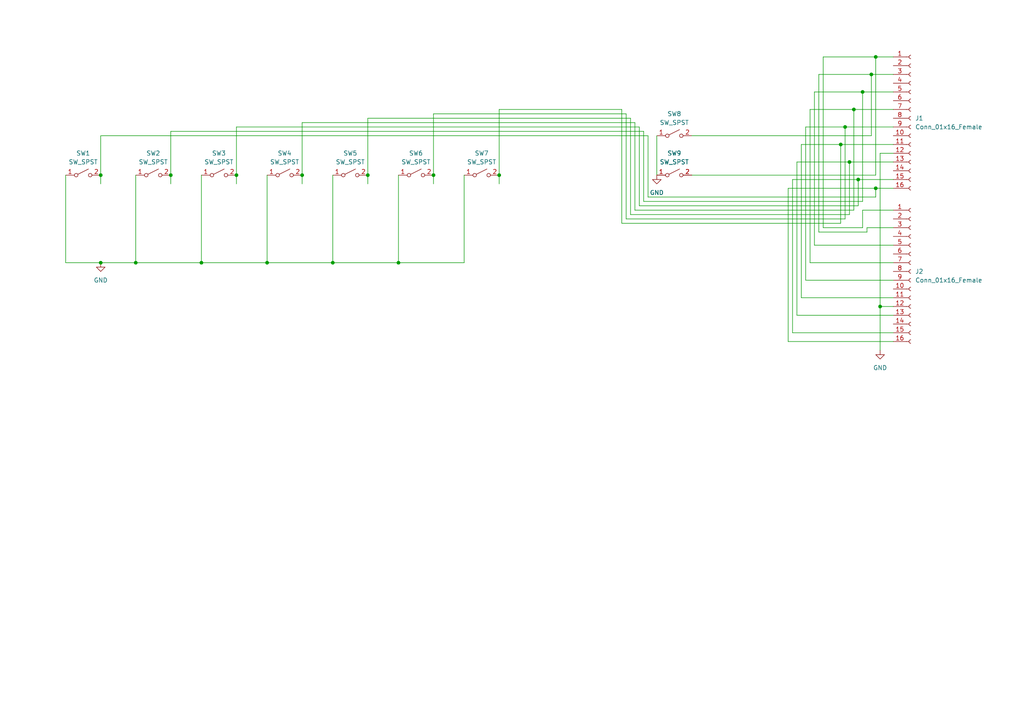
<source format=kicad_sch>
(kicad_sch (version 20211123) (generator eeschema)

  (uuid 9538e4ed-27e6-4c37-b989-9859dc0d49e8)

  (paper "A4")

  (lib_symbols
    (symbol "Connector:Conn_01x16_Female" (pin_names (offset 1.016) hide) (in_bom yes) (on_board yes)
      (property "Reference" "J" (id 0) (at 0 20.32 0)
        (effects (font (size 1.27 1.27)))
      )
      (property "Value" "Conn_01x16_Female" (id 1) (at 0 -22.86 0)
        (effects (font (size 1.27 1.27)))
      )
      (property "Footprint" "" (id 2) (at 0 0 0)
        (effects (font (size 1.27 1.27)) hide)
      )
      (property "Datasheet" "~" (id 3) (at 0 0 0)
        (effects (font (size 1.27 1.27)) hide)
      )
      (property "ki_keywords" "connector" (id 4) (at 0 0 0)
        (effects (font (size 1.27 1.27)) hide)
      )
      (property "ki_description" "Generic connector, single row, 01x16, script generated (kicad-library-utils/schlib/autogen/connector/)" (id 5) (at 0 0 0)
        (effects (font (size 1.27 1.27)) hide)
      )
      (property "ki_fp_filters" "Connector*:*_1x??_*" (id 6) (at 0 0 0)
        (effects (font (size 1.27 1.27)) hide)
      )
      (symbol "Conn_01x16_Female_1_1"
        (arc (start 0 -19.812) (mid -0.508 -20.32) (end 0 -20.828)
          (stroke (width 0.1524) (type default) (color 0 0 0 0))
          (fill (type none))
        )
        (arc (start 0 -17.272) (mid -0.508 -17.78) (end 0 -18.288)
          (stroke (width 0.1524) (type default) (color 0 0 0 0))
          (fill (type none))
        )
        (arc (start 0 -14.732) (mid -0.508 -15.24) (end 0 -15.748)
          (stroke (width 0.1524) (type default) (color 0 0 0 0))
          (fill (type none))
        )
        (arc (start 0 -12.192) (mid -0.508 -12.7) (end 0 -13.208)
          (stroke (width 0.1524) (type default) (color 0 0 0 0))
          (fill (type none))
        )
        (arc (start 0 -9.652) (mid -0.508 -10.16) (end 0 -10.668)
          (stroke (width 0.1524) (type default) (color 0 0 0 0))
          (fill (type none))
        )
        (arc (start 0 -7.112) (mid -0.508 -7.62) (end 0 -8.128)
          (stroke (width 0.1524) (type default) (color 0 0 0 0))
          (fill (type none))
        )
        (arc (start 0 -4.572) (mid -0.508 -5.08) (end 0 -5.588)
          (stroke (width 0.1524) (type default) (color 0 0 0 0))
          (fill (type none))
        )
        (arc (start 0 -2.032) (mid -0.508 -2.54) (end 0 -3.048)
          (stroke (width 0.1524) (type default) (color 0 0 0 0))
          (fill (type none))
        )
        (polyline
          (pts
            (xy -1.27 -20.32)
            (xy -0.508 -20.32)
          )
          (stroke (width 0.1524) (type default) (color 0 0 0 0))
          (fill (type none))
        )
        (polyline
          (pts
            (xy -1.27 -17.78)
            (xy -0.508 -17.78)
          )
          (stroke (width 0.1524) (type default) (color 0 0 0 0))
          (fill (type none))
        )
        (polyline
          (pts
            (xy -1.27 -15.24)
            (xy -0.508 -15.24)
          )
          (stroke (width 0.1524) (type default) (color 0 0 0 0))
          (fill (type none))
        )
        (polyline
          (pts
            (xy -1.27 -12.7)
            (xy -0.508 -12.7)
          )
          (stroke (width 0.1524) (type default) (color 0 0 0 0))
          (fill (type none))
        )
        (polyline
          (pts
            (xy -1.27 -10.16)
            (xy -0.508 -10.16)
          )
          (stroke (width 0.1524) (type default) (color 0 0 0 0))
          (fill (type none))
        )
        (polyline
          (pts
            (xy -1.27 -7.62)
            (xy -0.508 -7.62)
          )
          (stroke (width 0.1524) (type default) (color 0 0 0 0))
          (fill (type none))
        )
        (polyline
          (pts
            (xy -1.27 -5.08)
            (xy -0.508 -5.08)
          )
          (stroke (width 0.1524) (type default) (color 0 0 0 0))
          (fill (type none))
        )
        (polyline
          (pts
            (xy -1.27 -2.54)
            (xy -0.508 -2.54)
          )
          (stroke (width 0.1524) (type default) (color 0 0 0 0))
          (fill (type none))
        )
        (polyline
          (pts
            (xy -1.27 0)
            (xy -0.508 0)
          )
          (stroke (width 0.1524) (type default) (color 0 0 0 0))
          (fill (type none))
        )
        (polyline
          (pts
            (xy -1.27 2.54)
            (xy -0.508 2.54)
          )
          (stroke (width 0.1524) (type default) (color 0 0 0 0))
          (fill (type none))
        )
        (polyline
          (pts
            (xy -1.27 5.08)
            (xy -0.508 5.08)
          )
          (stroke (width 0.1524) (type default) (color 0 0 0 0))
          (fill (type none))
        )
        (polyline
          (pts
            (xy -1.27 7.62)
            (xy -0.508 7.62)
          )
          (stroke (width 0.1524) (type default) (color 0 0 0 0))
          (fill (type none))
        )
        (polyline
          (pts
            (xy -1.27 10.16)
            (xy -0.508 10.16)
          )
          (stroke (width 0.1524) (type default) (color 0 0 0 0))
          (fill (type none))
        )
        (polyline
          (pts
            (xy -1.27 12.7)
            (xy -0.508 12.7)
          )
          (stroke (width 0.1524) (type default) (color 0 0 0 0))
          (fill (type none))
        )
        (polyline
          (pts
            (xy -1.27 15.24)
            (xy -0.508 15.24)
          )
          (stroke (width 0.1524) (type default) (color 0 0 0 0))
          (fill (type none))
        )
        (polyline
          (pts
            (xy -1.27 17.78)
            (xy -0.508 17.78)
          )
          (stroke (width 0.1524) (type default) (color 0 0 0 0))
          (fill (type none))
        )
        (arc (start 0 0.508) (mid -0.508 0) (end 0 -0.508)
          (stroke (width 0.1524) (type default) (color 0 0 0 0))
          (fill (type none))
        )
        (arc (start 0 3.048) (mid -0.508 2.54) (end 0 2.032)
          (stroke (width 0.1524) (type default) (color 0 0 0 0))
          (fill (type none))
        )
        (arc (start 0 5.588) (mid -0.508 5.08) (end 0 4.572)
          (stroke (width 0.1524) (type default) (color 0 0 0 0))
          (fill (type none))
        )
        (arc (start 0 8.128) (mid -0.508 7.62) (end 0 7.112)
          (stroke (width 0.1524) (type default) (color 0 0 0 0))
          (fill (type none))
        )
        (arc (start 0 10.668) (mid -0.508 10.16) (end 0 9.652)
          (stroke (width 0.1524) (type default) (color 0 0 0 0))
          (fill (type none))
        )
        (arc (start 0 13.208) (mid -0.508 12.7) (end 0 12.192)
          (stroke (width 0.1524) (type default) (color 0 0 0 0))
          (fill (type none))
        )
        (arc (start 0 15.748) (mid -0.508 15.24) (end 0 14.732)
          (stroke (width 0.1524) (type default) (color 0 0 0 0))
          (fill (type none))
        )
        (arc (start 0 18.288) (mid -0.508 17.78) (end 0 17.272)
          (stroke (width 0.1524) (type default) (color 0 0 0 0))
          (fill (type none))
        )
        (pin passive line (at -5.08 17.78 0) (length 3.81)
          (name "Pin_1" (effects (font (size 1.27 1.27))))
          (number "1" (effects (font (size 1.27 1.27))))
        )
        (pin passive line (at -5.08 -5.08 0) (length 3.81)
          (name "Pin_10" (effects (font (size 1.27 1.27))))
          (number "10" (effects (font (size 1.27 1.27))))
        )
        (pin passive line (at -5.08 -7.62 0) (length 3.81)
          (name "Pin_11" (effects (font (size 1.27 1.27))))
          (number "11" (effects (font (size 1.27 1.27))))
        )
        (pin passive line (at -5.08 -10.16 0) (length 3.81)
          (name "Pin_12" (effects (font (size 1.27 1.27))))
          (number "12" (effects (font (size 1.27 1.27))))
        )
        (pin passive line (at -5.08 -12.7 0) (length 3.81)
          (name "Pin_13" (effects (font (size 1.27 1.27))))
          (number "13" (effects (font (size 1.27 1.27))))
        )
        (pin passive line (at -5.08 -15.24 0) (length 3.81)
          (name "Pin_14" (effects (font (size 1.27 1.27))))
          (number "14" (effects (font (size 1.27 1.27))))
        )
        (pin passive line (at -5.08 -17.78 0) (length 3.81)
          (name "Pin_15" (effects (font (size 1.27 1.27))))
          (number "15" (effects (font (size 1.27 1.27))))
        )
        (pin passive line (at -5.08 -20.32 0) (length 3.81)
          (name "Pin_16" (effects (font (size 1.27 1.27))))
          (number "16" (effects (font (size 1.27 1.27))))
        )
        (pin passive line (at -5.08 15.24 0) (length 3.81)
          (name "Pin_2" (effects (font (size 1.27 1.27))))
          (number "2" (effects (font (size 1.27 1.27))))
        )
        (pin passive line (at -5.08 12.7 0) (length 3.81)
          (name "Pin_3" (effects (font (size 1.27 1.27))))
          (number "3" (effects (font (size 1.27 1.27))))
        )
        (pin passive line (at -5.08 10.16 0) (length 3.81)
          (name "Pin_4" (effects (font (size 1.27 1.27))))
          (number "4" (effects (font (size 1.27 1.27))))
        )
        (pin passive line (at -5.08 7.62 0) (length 3.81)
          (name "Pin_5" (effects (font (size 1.27 1.27))))
          (number "5" (effects (font (size 1.27 1.27))))
        )
        (pin passive line (at -5.08 5.08 0) (length 3.81)
          (name "Pin_6" (effects (font (size 1.27 1.27))))
          (number "6" (effects (font (size 1.27 1.27))))
        )
        (pin passive line (at -5.08 2.54 0) (length 3.81)
          (name "Pin_7" (effects (font (size 1.27 1.27))))
          (number "7" (effects (font (size 1.27 1.27))))
        )
        (pin passive line (at -5.08 0 0) (length 3.81)
          (name "Pin_8" (effects (font (size 1.27 1.27))))
          (number "8" (effects (font (size 1.27 1.27))))
        )
        (pin passive line (at -5.08 -2.54 0) (length 3.81)
          (name "Pin_9" (effects (font (size 1.27 1.27))))
          (number "9" (effects (font (size 1.27 1.27))))
        )
      )
    )
    (symbol "Switch:SW_SPST" (pin_names (offset 0) hide) (in_bom yes) (on_board yes)
      (property "Reference" "SW" (id 0) (at 0 3.175 0)
        (effects (font (size 1.27 1.27)))
      )
      (property "Value" "SW_SPST" (id 1) (at 0 -2.54 0)
        (effects (font (size 1.27 1.27)))
      )
      (property "Footprint" "" (id 2) (at 0 0 0)
        (effects (font (size 1.27 1.27)) hide)
      )
      (property "Datasheet" "~" (id 3) (at 0 0 0)
        (effects (font (size 1.27 1.27)) hide)
      )
      (property "ki_keywords" "switch lever" (id 4) (at 0 0 0)
        (effects (font (size 1.27 1.27)) hide)
      )
      (property "ki_description" "Single Pole Single Throw (SPST) switch" (id 5) (at 0 0 0)
        (effects (font (size 1.27 1.27)) hide)
      )
      (symbol "SW_SPST_0_0"
        (circle (center -2.032 0) (radius 0.508)
          (stroke (width 0) (type default) (color 0 0 0 0))
          (fill (type none))
        )
        (polyline
          (pts
            (xy -1.524 0.254)
            (xy 1.524 1.778)
          )
          (stroke (width 0) (type default) (color 0 0 0 0))
          (fill (type none))
        )
        (circle (center 2.032 0) (radius 0.508)
          (stroke (width 0) (type default) (color 0 0 0 0))
          (fill (type none))
        )
      )
      (symbol "SW_SPST_1_1"
        (pin passive line (at -5.08 0 0) (length 2.54)
          (name "A" (effects (font (size 1.27 1.27))))
          (number "1" (effects (font (size 1.27 1.27))))
        )
        (pin passive line (at 5.08 0 180) (length 2.54)
          (name "B" (effects (font (size 1.27 1.27))))
          (number "2" (effects (font (size 1.27 1.27))))
        )
      )
    )
    (symbol "power:GND" (power) (pin_names (offset 0)) (in_bom yes) (on_board yes)
      (property "Reference" "#PWR" (id 0) (at 0 -6.35 0)
        (effects (font (size 1.27 1.27)) hide)
      )
      (property "Value" "GND" (id 1) (at 0 -3.81 0)
        (effects (font (size 1.27 1.27)))
      )
      (property "Footprint" "" (id 2) (at 0 0 0)
        (effects (font (size 1.27 1.27)) hide)
      )
      (property "Datasheet" "" (id 3) (at 0 0 0)
        (effects (font (size 1.27 1.27)) hide)
      )
      (property "ki_keywords" "power-flag" (id 4) (at 0 0 0)
        (effects (font (size 1.27 1.27)) hide)
      )
      (property "ki_description" "Power symbol creates a global label with name \"GND\" , ground" (id 5) (at 0 0 0)
        (effects (font (size 1.27 1.27)) hide)
      )
      (symbol "GND_0_1"
        (polyline
          (pts
            (xy 0 0)
            (xy 0 -1.27)
            (xy 1.27 -1.27)
            (xy 0 -2.54)
            (xy -1.27 -1.27)
            (xy 0 -1.27)
          )
          (stroke (width 0) (type default) (color 0 0 0 0))
          (fill (type none))
        )
      )
      (symbol "GND_1_1"
        (pin power_in line (at 0 0 270) (length 0) hide
          (name "GND" (effects (font (size 1.27 1.27))))
          (number "1" (effects (font (size 1.27 1.27))))
        )
      )
    )
  )

  (junction (at 106.68 50.8) (diameter 0) (color 0 0 0 0)
    (uuid 0307e842-7cee-465b-8237-27d036b1d375)
  )
  (junction (at 77.47 76.2) (diameter 0) (color 0 0 0 0)
    (uuid 190c9a5d-1321-4fad-9ccc-26d8ef122d15)
  )
  (junction (at 39.37 76.2) (diameter 0) (color 0 0 0 0)
    (uuid 26728b6e-9118-480b-99e3-604f9a910611)
  )
  (junction (at 247.65 31.75) (diameter 0) (color 0 0 0 0)
    (uuid 2773946e-2b1f-4fe9-ad4f-3eb0238bc215)
  )
  (junction (at 125.73 50.8) (diameter 0) (color 0 0 0 0)
    (uuid 2b1f2bc8-b4b1-4a84-9fea-d893b3b00aac)
  )
  (junction (at 246.38 46.99) (diameter 0) (color 0 0 0 0)
    (uuid 2d0c1cb0-820d-40ee-8bdb-4ba0c359fc5a)
  )
  (junction (at 68.58 50.8) (diameter 0) (color 0 0 0 0)
    (uuid 352027c1-4a1e-43b3-a07c-10d4532656d6)
  )
  (junction (at 245.11 36.83) (diameter 0) (color 0 0 0 0)
    (uuid 3566ec97-a163-46a7-abf7-c7391a5c462b)
  )
  (junction (at 254 16.51) (diameter 0) (color 0 0 0 0)
    (uuid 3c861525-bffa-4f66-a992-362db2d7daca)
  )
  (junction (at 252.73 21.59) (diameter 0) (color 0 0 0 0)
    (uuid 3dc633c5-20ad-4f41-a1ac-85202281f3e8)
  )
  (junction (at 254 54.61) (diameter 0) (color 0 0 0 0)
    (uuid 3f610669-76fe-43c6-a1eb-708622de54f5)
  )
  (junction (at 248.92 52.07) (diameter 0) (color 0 0 0 0)
    (uuid 422f0e87-ee6d-4e21-827c-ffdc46263471)
  )
  (junction (at 250.19 26.67) (diameter 0) (color 0 0 0 0)
    (uuid 4510bcb0-05d0-4d43-93de-26d548d64efb)
  )
  (junction (at 255.27 88.9) (diameter 0) (color 0 0 0 0)
    (uuid 4bc96f71-c7c3-4852-8cd4-0392ae819d44)
  )
  (junction (at 96.52 76.2) (diameter 0) (color 0 0 0 0)
    (uuid 509b2109-41dc-4000-8ade-b3a088fe8826)
  )
  (junction (at 29.21 76.2) (diameter 0) (color 0 0 0 0)
    (uuid 57dafbed-14b1-4a89-a892-382a5093ccd1)
  )
  (junction (at 243.84 41.91) (diameter 0) (color 0 0 0 0)
    (uuid 8ec3dbca-8497-4aad-978f-d312f45bc81c)
  )
  (junction (at 144.78 50.8) (diameter 0) (color 0 0 0 0)
    (uuid 98551ceb-39b2-415e-9857-0e4a684a6d99)
  )
  (junction (at 29.21 50.8) (diameter 0) (color 0 0 0 0)
    (uuid 9ebd1211-052f-4337-8f89-0c8855187b00)
  )
  (junction (at 115.57 76.2) (diameter 0) (color 0 0 0 0)
    (uuid b72b944e-8f0b-40a4-8314-92b19c691cff)
  )
  (junction (at 49.53 50.8) (diameter 0) (color 0 0 0 0)
    (uuid b892d887-783e-4e48-9024-77035baf5ebc)
  )
  (junction (at 87.63 50.8) (diameter 0) (color 0 0 0 0)
    (uuid ca4ca5c6-d8b5-42c4-a85d-d40a381cd2ef)
  )
  (junction (at 58.42 76.2) (diameter 0) (color 0 0 0 0)
    (uuid d282ef67-18ab-4c3f-8989-1483c2ba5c05)
  )

  (wire (pts (xy 87.63 35.56) (xy 87.63 50.8))
    (stroke (width 0) (type default) (color 0 0 0 0))
    (uuid 061bd03d-63ff-49c5-a8f8-772592357712)
  )
  (wire (pts (xy 58.42 50.8) (xy 58.42 76.2))
    (stroke (width 0) (type default) (color 0 0 0 0))
    (uuid 07e4677a-e3dd-454d-96d6-fb3effce7aea)
  )
  (wire (pts (xy 68.58 36.83) (xy 68.58 50.8))
    (stroke (width 0) (type default) (color 0 0 0 0))
    (uuid 07eb77d5-2261-447b-8337-dd4e9e28359c)
  )
  (wire (pts (xy 106.68 50.8) (xy 106.68 53.34))
    (stroke (width 0) (type default) (color 0 0 0 0))
    (uuid 09c9f555-0892-40f7-9f07-31a83cdfb501)
  )
  (wire (pts (xy 29.21 50.8) (xy 29.21 53.34))
    (stroke (width 0) (type default) (color 0 0 0 0))
    (uuid 0af2b96b-136f-4d76-84a1-83f2c0186d42)
  )
  (wire (pts (xy 259.08 41.91) (xy 243.84 41.91))
    (stroke (width 0) (type default) (color 0 0 0 0))
    (uuid 0e1b2330-902f-44c5-95d2-35ce578033f5)
  )
  (wire (pts (xy 185.42 59.69) (xy 248.92 59.69))
    (stroke (width 0) (type default) (color 0 0 0 0))
    (uuid 116c46e8-7776-4658-a1eb-175805ca38d4)
  )
  (wire (pts (xy 19.05 50.8) (xy 19.05 76.2))
    (stroke (width 0) (type default) (color 0 0 0 0))
    (uuid 13c6dcdb-11f1-4796-b5ce-53297f88bc7a)
  )
  (wire (pts (xy 250.19 58.42) (xy 250.19 26.67))
    (stroke (width 0) (type default) (color 0 0 0 0))
    (uuid 14ff7381-5154-4d94-ab19-07719a254c05)
  )
  (wire (pts (xy 39.37 50.8) (xy 39.37 76.2))
    (stroke (width 0) (type default) (color 0 0 0 0))
    (uuid 18521a35-75be-4ca8-973c-4c4d31c83cdb)
  )
  (wire (pts (xy 200.66 50.8) (xy 254 50.8))
    (stroke (width 0) (type default) (color 0 0 0 0))
    (uuid 193c7b83-dea8-4c10-9cf3-ac6f64d1ff9b)
  )
  (wire (pts (xy 250.19 26.67) (xy 259.08 26.67))
    (stroke (width 0) (type default) (color 0 0 0 0))
    (uuid 1aa958b0-2283-4c97-8251-e33e9c13cd92)
  )
  (wire (pts (xy 252.73 21.59) (xy 252.73 39.37))
    (stroke (width 0) (type default) (color 0 0 0 0))
    (uuid 1bf4244f-72e9-40ec-b673-d2c3e6122ba8)
  )
  (wire (pts (xy 232.41 41.91) (xy 232.41 86.36))
    (stroke (width 0) (type default) (color 0 0 0 0))
    (uuid 1c4d025b-3cd0-432e-a644-3b48a2074e01)
  )
  (wire (pts (xy 77.47 50.8) (xy 77.47 76.2))
    (stroke (width 0) (type default) (color 0 0 0 0))
    (uuid 1e1c7634-89d3-4b24-8518-9e1cecb7ae67)
  )
  (wire (pts (xy 237.49 21.59) (xy 237.49 67.31))
    (stroke (width 0) (type default) (color 0 0 0 0))
    (uuid 266f771a-0d6f-4fb7-b5d6-279de39ff4e1)
  )
  (wire (pts (xy 39.37 76.2) (xy 29.21 76.2))
    (stroke (width 0) (type default) (color 0 0 0 0))
    (uuid 295f6204-c40c-414f-b8da-ba500d1e7be5)
  )
  (wire (pts (xy 259.08 36.83) (xy 245.11 36.83))
    (stroke (width 0) (type default) (color 0 0 0 0))
    (uuid 2c3fc4ba-e068-4578-9732-c00fcbc73f0a)
  )
  (wire (pts (xy 134.62 76.2) (xy 115.57 76.2))
    (stroke (width 0) (type default) (color 0 0 0 0))
    (uuid 2deb0d77-220a-4a1d-b183-9907b7805844)
  )
  (wire (pts (xy 234.95 31.75) (xy 234.95 76.2))
    (stroke (width 0) (type default) (color 0 0 0 0))
    (uuid 30502310-37df-4a36-94bd-bd3b16f2afe3)
  )
  (wire (pts (xy 115.57 76.2) (xy 96.52 76.2))
    (stroke (width 0) (type default) (color 0 0 0 0))
    (uuid 32d0f83c-4085-40fd-848b-7cf4838a4895)
  )
  (wire (pts (xy 247.65 60.96) (xy 184.15 60.96))
    (stroke (width 0) (type default) (color 0 0 0 0))
    (uuid 3653e064-a8bf-4b34-aaa0-5a8c2991e24b)
  )
  (wire (pts (xy 254 54.61) (xy 259.08 54.61))
    (stroke (width 0) (type default) (color 0 0 0 0))
    (uuid 3817d735-fdaf-4a2e-9fff-1c96f52aff25)
  )
  (wire (pts (xy 238.76 16.51) (xy 238.76 66.04))
    (stroke (width 0) (type default) (color 0 0 0 0))
    (uuid 3c0ee3db-8466-44a5-90af-44d1a41429ba)
  )
  (wire (pts (xy 254 16.51) (xy 238.76 16.51))
    (stroke (width 0) (type default) (color 0 0 0 0))
    (uuid 3d16914d-84f2-454f-b3bb-872e59cf11b0)
  )
  (wire (pts (xy 125.73 33.02) (xy 125.73 50.8))
    (stroke (width 0) (type default) (color 0 0 0 0))
    (uuid 3f1a0c73-b5b5-4c1c-ae8f-04ee7de9e181)
  )
  (wire (pts (xy 248.92 52.07) (xy 229.87 52.07))
    (stroke (width 0) (type default) (color 0 0 0 0))
    (uuid 3f39c9ce-6034-40ca-8059-089265a67bc5)
  )
  (wire (pts (xy 182.88 62.23) (xy 182.88 34.29))
    (stroke (width 0) (type default) (color 0 0 0 0))
    (uuid 40ab0f61-0e32-4962-8345-9f96d11c3348)
  )
  (wire (pts (xy 232.41 86.36) (xy 259.08 86.36))
    (stroke (width 0) (type default) (color 0 0 0 0))
    (uuid 42664348-fbec-4187-895b-36b9cdb3b2e2)
  )
  (wire (pts (xy 187.96 57.15) (xy 254 57.15))
    (stroke (width 0) (type default) (color 0 0 0 0))
    (uuid 42bfb9e2-b3ef-48dd-bc15-aaa83ce28a55)
  )
  (wire (pts (xy 254 16.51) (xy 259.08 16.51))
    (stroke (width 0) (type default) (color 0 0 0 0))
    (uuid 46d4fd50-4de8-406b-ae2e-3535a8f3bcaa)
  )
  (wire (pts (xy 125.73 50.8) (xy 125.73 53.34))
    (stroke (width 0) (type default) (color 0 0 0 0))
    (uuid 47861f15-a8a9-4bc7-b41d-a7b00ffe3d2d)
  )
  (wire (pts (xy 233.68 36.83) (xy 233.68 81.28))
    (stroke (width 0) (type default) (color 0 0 0 0))
    (uuid 4a9bbdaa-4f20-45ae-8c4d-a403388b859e)
  )
  (wire (pts (xy 245.11 36.83) (xy 233.68 36.83))
    (stroke (width 0) (type default) (color 0 0 0 0))
    (uuid 4ad48c8c-a9ea-4cb2-b2da-7a18cad162d8)
  )
  (wire (pts (xy 29.21 39.37) (xy 187.96 39.37))
    (stroke (width 0) (type default) (color 0 0 0 0))
    (uuid 4c7e7288-a989-48c8-8a45-4d5ccb25309f)
  )
  (wire (pts (xy 228.6 54.61) (xy 228.6 99.06))
    (stroke (width 0) (type default) (color 0 0 0 0))
    (uuid 50cbbfcd-8fe4-49fb-87b0-60f01e2ea7bf)
  )
  (wire (pts (xy 87.63 50.8) (xy 87.63 53.34))
    (stroke (width 0) (type default) (color 0 0 0 0))
    (uuid 51f4cbf5-3935-46a4-b49c-ebae00c703a0)
  )
  (wire (pts (xy 58.42 76.2) (xy 39.37 76.2))
    (stroke (width 0) (type default) (color 0 0 0 0))
    (uuid 5454de14-a250-4fb6-8cf2-f3e4e15210a0)
  )
  (wire (pts (xy 259.08 88.9) (xy 255.27 88.9))
    (stroke (width 0) (type default) (color 0 0 0 0))
    (uuid 55fa1dad-f755-4316-9dd5-4b8ed74de701)
  )
  (wire (pts (xy 245.11 63.5) (xy 181.61 63.5))
    (stroke (width 0) (type default) (color 0 0 0 0))
    (uuid 599495f8-b69f-4a68-82fa-d7c87ad23fb8)
  )
  (wire (pts (xy 180.34 31.75) (xy 144.78 31.75))
    (stroke (width 0) (type default) (color 0 0 0 0))
    (uuid 5c4a0728-1725-4ff8-9b7a-77f23aaa784b)
  )
  (wire (pts (xy 96.52 76.2) (xy 77.47 76.2))
    (stroke (width 0) (type default) (color 0 0 0 0))
    (uuid 5d3d59fd-9137-49f9-825c-2ca723dca6b4)
  )
  (wire (pts (xy 246.38 62.23) (xy 182.88 62.23))
    (stroke (width 0) (type default) (color 0 0 0 0))
    (uuid 62146b37-7dd7-4aca-9de5-77542a0ccea1)
  )
  (wire (pts (xy 255.27 44.45) (xy 255.27 88.9))
    (stroke (width 0) (type default) (color 0 0 0 0))
    (uuid 640b0df5-74d6-4447-9080-9fe17ba49c91)
  )
  (wire (pts (xy 190.5 39.37) (xy 190.5 50.8))
    (stroke (width 0) (type default) (color 0 0 0 0))
    (uuid 6450ef4f-ad5b-45be-be12-674ecfee7772)
  )
  (wire (pts (xy 255.27 88.9) (xy 255.27 101.6))
    (stroke (width 0) (type default) (color 0 0 0 0))
    (uuid 64d6b164-da49-4315-a8d6-2585b0279bac)
  )
  (wire (pts (xy 250.19 26.67) (xy 236.22 26.67))
    (stroke (width 0) (type default) (color 0 0 0 0))
    (uuid 65dae5b4-cb56-421a-b4c5-9ba61a8a8158)
  )
  (wire (pts (xy 250.19 60.96) (xy 259.08 60.96))
    (stroke (width 0) (type default) (color 0 0 0 0))
    (uuid 676b5c90-5eda-4ed0-952f-aad70482d520)
  )
  (wire (pts (xy 238.76 66.04) (xy 250.19 66.04))
    (stroke (width 0) (type default) (color 0 0 0 0))
    (uuid 68a169d8-88cf-46b9-b6e8-fdfcd2e970c3)
  )
  (wire (pts (xy 246.38 46.99) (xy 231.14 46.99))
    (stroke (width 0) (type default) (color 0 0 0 0))
    (uuid 69b9537c-b3fe-4912-b0d3-cb8866eab451)
  )
  (wire (pts (xy 243.84 64.77) (xy 180.34 64.77))
    (stroke (width 0) (type default) (color 0 0 0 0))
    (uuid 7365e946-609f-4087-91a9-ab6314494d9e)
  )
  (wire (pts (xy 247.65 31.75) (xy 234.95 31.75))
    (stroke (width 0) (type default) (color 0 0 0 0))
    (uuid 73bd881a-33cb-4b0d-bf1a-9a0dcce05a0f)
  )
  (wire (pts (xy 182.88 34.29) (xy 106.68 34.29))
    (stroke (width 0) (type default) (color 0 0 0 0))
    (uuid 78dfc55a-16ed-4572-8f82-364fc544c257)
  )
  (wire (pts (xy 254 54.61) (xy 228.6 54.61))
    (stroke (width 0) (type default) (color 0 0 0 0))
    (uuid 794b15ba-a6c1-4b05-ae9c-8ae9b0a2ba99)
  )
  (wire (pts (xy 236.22 71.12) (xy 259.08 71.12))
    (stroke (width 0) (type default) (color 0 0 0 0))
    (uuid 81fec836-9e04-475a-ab78-548628f77138)
  )
  (wire (pts (xy 254 50.8) (xy 254 16.51))
    (stroke (width 0) (type default) (color 0 0 0 0))
    (uuid 82d16010-f229-48d8-aea9-c3cb2ce00ac8)
  )
  (wire (pts (xy 252.73 39.37) (xy 200.66 39.37))
    (stroke (width 0) (type default) (color 0 0 0 0))
    (uuid 84e27065-c7d6-4a5a-b93b-03db6caae9aa)
  )
  (wire (pts (xy 181.61 63.5) (xy 181.61 33.02))
    (stroke (width 0) (type default) (color 0 0 0 0))
    (uuid 87fd4cac-0d9e-4147-abf8-81966ec28cbc)
  )
  (wire (pts (xy 243.84 41.91) (xy 243.84 64.77))
    (stroke (width 0) (type default) (color 0 0 0 0))
    (uuid 8aaed559-750b-472b-894b-2b6ccd4cd152)
  )
  (wire (pts (xy 115.57 50.8) (xy 115.57 76.2))
    (stroke (width 0) (type default) (color 0 0 0 0))
    (uuid 8cc54795-1d03-4319-828f-3a38957f8957)
  )
  (wire (pts (xy 236.22 26.67) (xy 236.22 71.12))
    (stroke (width 0) (type default) (color 0 0 0 0))
    (uuid 8dcfb8f8-4e94-4d09-ad0d-8528da914b1b)
  )
  (wire (pts (xy 181.61 33.02) (xy 125.73 33.02))
    (stroke (width 0) (type default) (color 0 0 0 0))
    (uuid 8e875e7b-f435-48fe-904e-cd96af2470b5)
  )
  (wire (pts (xy 134.62 50.8) (xy 134.62 76.2))
    (stroke (width 0) (type default) (color 0 0 0 0))
    (uuid 90201bdb-25a5-44d0-9fe0-05e41702f812)
  )
  (wire (pts (xy 144.78 50.8) (xy 144.78 53.34))
    (stroke (width 0) (type default) (color 0 0 0 0))
    (uuid 90232a28-7bf8-4c3d-a8fc-9c03e987cb12)
  )
  (wire (pts (xy 180.34 64.77) (xy 180.34 31.75))
    (stroke (width 0) (type default) (color 0 0 0 0))
    (uuid 90719323-8aff-4511-bfe1-4a708f004277)
  )
  (wire (pts (xy 49.53 38.1) (xy 186.69 38.1))
    (stroke (width 0) (type default) (color 0 0 0 0))
    (uuid 90931123-9493-43a8-87f3-e1b20328cbb1)
  )
  (wire (pts (xy 231.14 46.99) (xy 231.14 91.44))
    (stroke (width 0) (type default) (color 0 0 0 0))
    (uuid 91f0e1db-006d-4033-b1cc-94f21dc62935)
  )
  (wire (pts (xy 49.53 50.8) (xy 49.53 53.34))
    (stroke (width 0) (type default) (color 0 0 0 0))
    (uuid 929094ad-2341-4370-a00d-c9ff6ef03788)
  )
  (wire (pts (xy 185.42 36.83) (xy 185.42 59.69))
    (stroke (width 0) (type default) (color 0 0 0 0))
    (uuid 94a5423c-9c4f-480f-80e0-184338bab8cb)
  )
  (wire (pts (xy 251.46 67.31) (xy 251.46 66.04))
    (stroke (width 0) (type default) (color 0 0 0 0))
    (uuid 97aa8efb-1516-45e2-b92c-e6e947c5c816)
  )
  (wire (pts (xy 96.52 50.8) (xy 96.52 76.2))
    (stroke (width 0) (type default) (color 0 0 0 0))
    (uuid 9b320319-e0d7-4c9f-8c6e-965d6323fcad)
  )
  (wire (pts (xy 234.95 76.2) (xy 259.08 76.2))
    (stroke (width 0) (type default) (color 0 0 0 0))
    (uuid 9d57f240-675d-4c3a-906c-ebbf87b401e8)
  )
  (wire (pts (xy 237.49 67.31) (xy 251.46 67.31))
    (stroke (width 0) (type default) (color 0 0 0 0))
    (uuid 9ef608ae-c374-4b63-aa2c-2d2040cf608e)
  )
  (wire (pts (xy 49.53 38.1) (xy 49.53 50.8))
    (stroke (width 0) (type default) (color 0 0 0 0))
    (uuid a123527b-6e63-4215-b663-40d848287111)
  )
  (wire (pts (xy 252.73 21.59) (xy 237.49 21.59))
    (stroke (width 0) (type default) (color 0 0 0 0))
    (uuid a6d9cd60-b938-4c46-ac4e-dfd895879993)
  )
  (wire (pts (xy 77.47 76.2) (xy 58.42 76.2))
    (stroke (width 0) (type default) (color 0 0 0 0))
    (uuid ae7594cf-9dde-4afe-9715-f49ab7dc4b9f)
  )
  (wire (pts (xy 186.69 38.1) (xy 186.69 58.42))
    (stroke (width 0) (type default) (color 0 0 0 0))
    (uuid b0289007-69ea-423b-9cad-40409422a961)
  )
  (wire (pts (xy 250.19 66.04) (xy 250.19 60.96))
    (stroke (width 0) (type default) (color 0 0 0 0))
    (uuid b46ba805-a5d7-492b-befb-c961d0ce484e)
  )
  (wire (pts (xy 184.15 60.96) (xy 184.15 35.56))
    (stroke (width 0) (type default) (color 0 0 0 0))
    (uuid b8d56acc-c9fd-4c52-a069-2644b7b52e65)
  )
  (wire (pts (xy 259.08 46.99) (xy 246.38 46.99))
    (stroke (width 0) (type default) (color 0 0 0 0))
    (uuid baeafbcb-e79a-4679-93d1-210bd5eb6d3c)
  )
  (wire (pts (xy 248.92 59.69) (xy 248.92 52.07))
    (stroke (width 0) (type default) (color 0 0 0 0))
    (uuid bb72b0e6-cc1b-4c2a-a2c7-1160d47a594f)
  )
  (wire (pts (xy 144.78 31.75) (xy 144.78 50.8))
    (stroke (width 0) (type default) (color 0 0 0 0))
    (uuid bbc19b8a-8f68-476e-b4d8-9897b351ae57)
  )
  (wire (pts (xy 187.96 39.37) (xy 187.96 57.15))
    (stroke (width 0) (type default) (color 0 0 0 0))
    (uuid beb534cd-d3a8-443c-acef-39a4e9fbd754)
  )
  (wire (pts (xy 233.68 81.28) (xy 259.08 81.28))
    (stroke (width 0) (type default) (color 0 0 0 0))
    (uuid c442a361-7e05-4e2a-a5b1-86c7b6567f06)
  )
  (wire (pts (xy 254 57.15) (xy 254 54.61))
    (stroke (width 0) (type default) (color 0 0 0 0))
    (uuid c52ec248-0bc7-4c3b-b000-3a1748ddf3e1)
  )
  (wire (pts (xy 248.92 52.07) (xy 259.08 52.07))
    (stroke (width 0) (type default) (color 0 0 0 0))
    (uuid cd8e96fe-79f3-4f98-b919-98cde228d950)
  )
  (wire (pts (xy 259.08 44.45) (xy 255.27 44.45))
    (stroke (width 0) (type default) (color 0 0 0 0))
    (uuid cf233e9a-316f-48c0-8f4b-27abe39c078a)
  )
  (wire (pts (xy 68.58 36.83) (xy 185.42 36.83))
    (stroke (width 0) (type default) (color 0 0 0 0))
    (uuid cf90e575-ac00-45f2-9d74-483ae792295c)
  )
  (wire (pts (xy 229.87 52.07) (xy 229.87 96.52))
    (stroke (width 0) (type default) (color 0 0 0 0))
    (uuid d3477a35-75bb-4d25-9cf2-54396a1e0c40)
  )
  (wire (pts (xy 29.21 39.37) (xy 29.21 50.8))
    (stroke (width 0) (type default) (color 0 0 0 0))
    (uuid d41d0df3-9158-4b09-804f-5ce4bccbc095)
  )
  (wire (pts (xy 259.08 21.59) (xy 252.73 21.59))
    (stroke (width 0) (type default) (color 0 0 0 0))
    (uuid d42504c3-0817-420c-9382-dda08a130dc1)
  )
  (wire (pts (xy 246.38 46.99) (xy 246.38 62.23))
    (stroke (width 0) (type default) (color 0 0 0 0))
    (uuid d601e927-6252-41c1-b1e7-f5468c07bdf8)
  )
  (wire (pts (xy 106.68 34.29) (xy 106.68 50.8))
    (stroke (width 0) (type default) (color 0 0 0 0))
    (uuid dca981ba-8bce-4d62-ae5a-307f53738d86)
  )
  (wire (pts (xy 229.87 96.52) (xy 259.08 96.52))
    (stroke (width 0) (type default) (color 0 0 0 0))
    (uuid de592062-f2c3-42c7-928d-3a21ed00be00)
  )
  (wire (pts (xy 68.58 50.8) (xy 68.58 53.34))
    (stroke (width 0) (type default) (color 0 0 0 0))
    (uuid df47745e-4809-4a69-967b-d63c06e3aac0)
  )
  (wire (pts (xy 247.65 31.75) (xy 247.65 60.96))
    (stroke (width 0) (type default) (color 0 0 0 0))
    (uuid e2d18e45-f697-46e4-ae44-0aeccb26886f)
  )
  (wire (pts (xy 243.84 41.91) (xy 232.41 41.91))
    (stroke (width 0) (type default) (color 0 0 0 0))
    (uuid e418cbbf-566c-4a69-a3c4-11ea5daa43c5)
  )
  (wire (pts (xy 259.08 31.75) (xy 247.65 31.75))
    (stroke (width 0) (type default) (color 0 0 0 0))
    (uuid e5606f98-85f7-4653-b063-1021490c65b0)
  )
  (wire (pts (xy 245.11 36.83) (xy 245.11 63.5))
    (stroke (width 0) (type default) (color 0 0 0 0))
    (uuid e640e0d8-5289-4450-b8ed-3168b3924f03)
  )
  (wire (pts (xy 184.15 35.56) (xy 87.63 35.56))
    (stroke (width 0) (type default) (color 0 0 0 0))
    (uuid ebf17ee2-3b45-415f-bf07-e967d913683a)
  )
  (wire (pts (xy 19.05 76.2) (xy 29.21 76.2))
    (stroke (width 0) (type default) (color 0 0 0 0))
    (uuid edb35209-55c3-49a8-9aaf-369715e21308)
  )
  (wire (pts (xy 251.46 66.04) (xy 259.08 66.04))
    (stroke (width 0) (type default) (color 0 0 0 0))
    (uuid f92bd6f9-0c04-475d-b6d5-5ffe5c715ea1)
  )
  (wire (pts (xy 228.6 99.06) (xy 259.08 99.06))
    (stroke (width 0) (type default) (color 0 0 0 0))
    (uuid fc1721a6-a1c6-4870-ae6c-c2b9cc9566a3)
  )
  (wire (pts (xy 231.14 91.44) (xy 259.08 91.44))
    (stroke (width 0) (type default) (color 0 0 0 0))
    (uuid fc3e0924-64f8-40ce-9182-4207ad46fd46)
  )
  (wire (pts (xy 186.69 58.42) (xy 250.19 58.42))
    (stroke (width 0) (type default) (color 0 0 0 0))
    (uuid fcde2864-e4cb-44a1-b022-68232ef428d7)
  )

  (symbol (lib_id "Switch:SW_SPST") (at 139.7 50.8 0) (unit 1)
    (in_bom yes) (on_board yes) (fields_autoplaced)
    (uuid 025740c3-a644-4dcd-a505-8a3f45351a5a)
    (property "Reference" "SW7" (id 0) (at 139.7 44.45 0))
    (property "Value" "SW_SPST" (id 1) (at 139.7 46.99 0))
    (property "Footprint" "kailh-x:Kailh-PG1425-X-Switch-reversible" (id 2) (at 139.7 50.8 0)
      (effects (font (size 1.27 1.27)) hide)
    )
    (property "Datasheet" "~" (id 3) (at 139.7 50.8 0)
      (effects (font (size 1.27 1.27)) hide)
    )
    (pin "1" (uuid 8b7861a6-ce2d-44f5-9762-edcacfc3b81d))
    (pin "2" (uuid b7038b40-d015-415a-bf7c-483ec5b57d5b))
  )

  (symbol (lib_id "power:GND") (at 190.5 50.8 0) (unit 1)
    (in_bom yes) (on_board yes) (fields_autoplaced)
    (uuid 0bc4970e-ad64-453b-bed5-620d236c04d8)
    (property "Reference" "#PWR0102" (id 0) (at 190.5 57.15 0)
      (effects (font (size 1.27 1.27)) hide)
    )
    (property "Value" "GND" (id 1) (at 190.5 55.88 0))
    (property "Footprint" "" (id 2) (at 190.5 50.8 0)
      (effects (font (size 1.27 1.27)) hide)
    )
    (property "Datasheet" "" (id 3) (at 190.5 50.8 0)
      (effects (font (size 1.27 1.27)) hide)
    )
    (pin "1" (uuid 163e53ef-5378-464f-9ab8-1e3b1da4b430))
  )

  (symbol (lib_id "Switch:SW_SPST") (at 195.58 39.37 0) (unit 1)
    (in_bom yes) (on_board yes) (fields_autoplaced)
    (uuid 0dcf7399-8008-4e67-baef-7296a881b3ae)
    (property "Reference" "SW8" (id 0) (at 195.58 33.02 0))
    (property "Value" "SW_SPST" (id 1) (at 195.58 35.56 0))
    (property "Footprint" "iidx-refine:Rubber_Switch" (id 2) (at 195.58 39.37 0)
      (effects (font (size 1.27 1.27)) hide)
    )
    (property "Datasheet" "~" (id 3) (at 195.58 39.37 0)
      (effects (font (size 1.27 1.27)) hide)
    )
    (pin "1" (uuid 68f3fd88-6778-4ccc-879b-c4a57737e292))
    (pin "2" (uuid 569af787-4bd4-4801-9a4c-634cb3f1552d))
  )

  (symbol (lib_id "Switch:SW_SPST") (at 63.5 50.8 0) (unit 1)
    (in_bom yes) (on_board yes) (fields_autoplaced)
    (uuid 1d86f5af-88dc-408e-80e8-ca48d230d327)
    (property "Reference" "SW3" (id 0) (at 63.5 44.45 0))
    (property "Value" "SW_SPST" (id 1) (at 63.5 46.99 0))
    (property "Footprint" "kailh-x:Kailh-PG1425-X-Switch-reversible" (id 2) (at 63.5 50.8 0)
      (effects (font (size 1.27 1.27)) hide)
    )
    (property "Datasheet" "~" (id 3) (at 63.5 50.8 0)
      (effects (font (size 1.27 1.27)) hide)
    )
    (pin "1" (uuid 71c0d5a6-8134-4a6c-b606-e1f3dcaa2133))
    (pin "2" (uuid c23cd8f3-2950-4437-9691-c8d016af62c8))
  )

  (symbol (lib_id "Switch:SW_SPST") (at 195.58 50.8 0) (unit 1)
    (in_bom yes) (on_board yes) (fields_autoplaced)
    (uuid 34511ff2-0ca6-4976-b7f7-10fe0561a1ce)
    (property "Reference" "SW9" (id 0) (at 195.58 44.45 0))
    (property "Value" "SW_SPST" (id 1) (at 195.58 46.99 0))
    (property "Footprint" "iidx-refine:Rubber_Switch" (id 2) (at 195.58 50.8 0)
      (effects (font (size 1.27 1.27)) hide)
    )
    (property "Datasheet" "~" (id 3) (at 195.58 50.8 0)
      (effects (font (size 1.27 1.27)) hide)
    )
    (pin "1" (uuid 34b0d0e8-c9b6-476c-a931-b3dcfb5987a1))
    (pin "2" (uuid a6700b7f-25ec-45ac-8b59-fabdd382c122))
  )

  (symbol (lib_id "Connector:Conn_01x16_Female") (at 264.16 34.29 0) (unit 1)
    (in_bom yes) (on_board yes) (fields_autoplaced)
    (uuid 386e9e4e-7305-47c0-9317-1e08c5f6e4bf)
    (property "Reference" "J1" (id 0) (at 265.43 34.2899 0)
      (effects (font (size 1.27 1.27)) (justify left))
    )
    (property "Value" "Conn_01x16_Female" (id 1) (at 265.43 36.8299 0)
      (effects (font (size 1.27 1.27)) (justify left))
    )
    (property "Footprint" "Connector_PinHeader_2.00mm:PinHeader_2x08_P2.00mm_Vertical" (id 2) (at 264.16 34.29 0)
      (effects (font (size 1.27 1.27)) hide)
    )
    (property "Datasheet" "~" (id 3) (at 264.16 34.29 0)
      (effects (font (size 1.27 1.27)) hide)
    )
    (pin "1" (uuid 786718f9-a984-45ee-8a6b-80f82e4963f5))
    (pin "10" (uuid d644781d-1d0f-4d6c-b21b-3df96ca05bd7))
    (pin "11" (uuid bf741fd1-5855-4a31-8c21-db9bc5f783af))
    (pin "12" (uuid 6fbd3d48-ee0a-45d2-838f-39bb103d8c1d))
    (pin "13" (uuid 180b2908-8dae-4e2d-8004-5fbf31bd6bb4))
    (pin "14" (uuid cbe20cf1-f3fd-4e01-a85b-49869470ab7a))
    (pin "15" (uuid ef122aaa-1027-42d0-ba41-b3911d9ee026))
    (pin "16" (uuid 853590de-0080-42bf-92cd-f14b3b1f6cb4))
    (pin "2" (uuid 09c5bc02-a419-455c-a466-436d14358dde))
    (pin "3" (uuid 4590e23b-8d5e-45c4-be4f-88721392542c))
    (pin "4" (uuid e5ae8e88-90af-43c2-9e8d-2297e87ca4d4))
    (pin "5" (uuid b28ba3b3-84cd-40cd-9219-cc047d0a3d0c))
    (pin "6" (uuid 878f6c1a-af21-4c4c-9865-1ea471bcfd30))
    (pin "7" (uuid 83b191de-48a5-4d4c-a74f-373ba35f1d32))
    (pin "8" (uuid 468e5b6e-3dbe-48b4-8f0f-d3fc3fc586b7))
    (pin "9" (uuid 92db4a2d-7f82-48cb-862a-46b7b362633f))
  )

  (symbol (lib_id "Switch:SW_SPST") (at 44.45 50.8 0) (unit 1)
    (in_bom yes) (on_board yes) (fields_autoplaced)
    (uuid 3c1f83ca-e062-493a-8fc9-ac215d986ec1)
    (property "Reference" "SW2" (id 0) (at 44.45 44.45 0))
    (property "Value" "SW_SPST" (id 1) (at 44.45 46.99 0))
    (property "Footprint" "kailh-x:Kailh-PG1425-X-Switch-reversible" (id 2) (at 44.45 50.8 0)
      (effects (font (size 1.27 1.27)) hide)
    )
    (property "Datasheet" "~" (id 3) (at 44.45 50.8 0)
      (effects (font (size 1.27 1.27)) hide)
    )
    (pin "1" (uuid 361399fb-ef2c-4f4e-a29f-f1b6f422b7f1))
    (pin "2" (uuid d14164c3-01a4-431f-8c4f-69e5611e15b4))
  )

  (symbol (lib_id "Switch:SW_SPST") (at 24.13 50.8 0) (unit 1)
    (in_bom yes) (on_board yes) (fields_autoplaced)
    (uuid 553b7a75-7c9a-42d0-a28c-4562592d9ab8)
    (property "Reference" "SW1" (id 0) (at 24.13 44.45 0))
    (property "Value" "SW_SPST" (id 1) (at 24.13 46.99 0))
    (property "Footprint" "kailh-x:Kailh-PG1425-X-Switch-reversible" (id 2) (at 24.13 50.8 0)
      (effects (font (size 1.27 1.27)) hide)
    )
    (property "Datasheet" "~" (id 3) (at 24.13 50.8 0)
      (effects (font (size 1.27 1.27)) hide)
    )
    (pin "1" (uuid c7d3a439-fe0c-4383-90d9-d6481c74cdb4))
    (pin "2" (uuid 7735c12b-4c13-40f3-b38c-f412f39a810f))
  )

  (symbol (lib_id "Switch:SW_SPST") (at 101.6 50.8 0) (unit 1)
    (in_bom yes) (on_board yes) (fields_autoplaced)
    (uuid 74f0aa92-455b-4dbd-ade7-3218bafa449b)
    (property "Reference" "SW5" (id 0) (at 101.6 44.45 0))
    (property "Value" "SW_SPST" (id 1) (at 101.6 46.99 0))
    (property "Footprint" "kailh-x:Kailh-PG1425-X-Switch-reversible" (id 2) (at 101.6 50.8 0)
      (effects (font (size 1.27 1.27)) hide)
    )
    (property "Datasheet" "~" (id 3) (at 101.6 50.8 0)
      (effects (font (size 1.27 1.27)) hide)
    )
    (pin "1" (uuid 86199d17-3abe-49f3-9be3-bd3591e219aa))
    (pin "2" (uuid c93e61c7-e944-44f7-be70-6ae0cf8f5815))
  )

  (symbol (lib_id "Switch:SW_SPST") (at 120.65 50.8 0) (unit 1)
    (in_bom yes) (on_board yes) (fields_autoplaced)
    (uuid 8e116a2f-1f5e-4dc8-9a87-227b43125282)
    (property "Reference" "SW6" (id 0) (at 120.65 44.45 0))
    (property "Value" "SW_SPST" (id 1) (at 120.65 46.99 0))
    (property "Footprint" "kailh-x:Kailh-PG1425-X-Switch-reversible" (id 2) (at 120.65 50.8 0)
      (effects (font (size 1.27 1.27)) hide)
    )
    (property "Datasheet" "~" (id 3) (at 120.65 50.8 0)
      (effects (font (size 1.27 1.27)) hide)
    )
    (pin "1" (uuid 81465cda-b933-45c3-8396-aa2dea7c6d43))
    (pin "2" (uuid 04e06b62-940a-4604-9b15-7ccb7f6b969f))
  )

  (symbol (lib_id "power:GND") (at 29.21 76.2 0) (unit 1)
    (in_bom yes) (on_board yes) (fields_autoplaced)
    (uuid a28b4709-93e2-4740-8f88-2644a73b0768)
    (property "Reference" "#PWR01" (id 0) (at 29.21 82.55 0)
      (effects (font (size 1.27 1.27)) hide)
    )
    (property "Value" "GND" (id 1) (at 29.21 81.28 0))
    (property "Footprint" "" (id 2) (at 29.21 76.2 0)
      (effects (font (size 1.27 1.27)) hide)
    )
    (property "Datasheet" "" (id 3) (at 29.21 76.2 0)
      (effects (font (size 1.27 1.27)) hide)
    )
    (pin "1" (uuid 24769054-e049-4399-8229-4f5b1d9bd35b))
  )

  (symbol (lib_id "Connector:Conn_01x16_Female") (at 264.16 78.74 0) (unit 1)
    (in_bom yes) (on_board yes) (fields_autoplaced)
    (uuid adc0dddc-37dc-4a65-a6ef-b6a9460aeaf3)
    (property "Reference" "J2" (id 0) (at 265.43 78.7399 0)
      (effects (font (size 1.27 1.27)) (justify left))
    )
    (property "Value" "Conn_01x16_Female" (id 1) (at 265.43 81.2799 0)
      (effects (font (size 1.27 1.27)) (justify left))
    )
    (property "Footprint" "Connector_PinHeader_2.00mm:PinHeader_2x08_P2.00mm_Vertical" (id 2) (at 264.16 78.74 0)
      (effects (font (size 1.27 1.27)) hide)
    )
    (property "Datasheet" "~" (id 3) (at 264.16 78.74 0)
      (effects (font (size 1.27 1.27)) hide)
    )
    (pin "1" (uuid 6964fd78-d016-4d29-b856-70a03e182a60))
    (pin "10" (uuid 037add00-be79-400f-ac5d-e2d0bb977be3))
    (pin "11" (uuid a5d42194-44b0-4b1f-88a5-d8f53f63dd0c))
    (pin "12" (uuid 21df9cf4-ee37-4eee-9e69-edb257038a26))
    (pin "13" (uuid 5359fec8-b978-4b0d-9f98-9284b5f3e7a7))
    (pin "14" (uuid e48577ef-3f3c-41e1-909b-19b17b665fa1))
    (pin "15" (uuid 4b84bfb9-3b36-4eb5-a023-6532ddd69cde))
    (pin "16" (uuid 2959106f-ba2e-4dca-9911-05fe8ac11cd1))
    (pin "2" (uuid c3ed815d-a899-47b9-84f7-c953d72906b6))
    (pin "3" (uuid a5ec44e1-20bb-4519-bd2f-09d96a1d7771))
    (pin "4" (uuid cdf66d9a-208c-4460-ab30-1675c402948c))
    (pin "5" (uuid a904bf33-2991-4945-b13c-eded14375aab))
    (pin "6" (uuid 26195804-585f-4fd9-9505-0b2f463f4cc0))
    (pin "7" (uuid 9f1054fd-c7d0-45b6-8fa8-08cb2a240093))
    (pin "8" (uuid 6f3f8435-0187-481c-81bc-9dd88040f450))
    (pin "9" (uuid bb3730ef-0f08-45aa-bc3a-871b1bacb05c))
  )

  (symbol (lib_id "Switch:SW_SPST") (at 82.55 50.8 0) (unit 1)
    (in_bom yes) (on_board yes) (fields_autoplaced)
    (uuid c62edcbe-8af6-4363-acd7-02c639df14d6)
    (property "Reference" "SW4" (id 0) (at 82.55 44.45 0))
    (property "Value" "SW_SPST" (id 1) (at 82.55 46.99 0))
    (property "Footprint" "kailh-x:Kailh-PG1425-X-Switch-reversible" (id 2) (at 82.55 50.8 0)
      (effects (font (size 1.27 1.27)) hide)
    )
    (property "Datasheet" "~" (id 3) (at 82.55 50.8 0)
      (effects (font (size 1.27 1.27)) hide)
    )
    (pin "1" (uuid 6a5a8784-cefb-42ef-853d-0c3eb1d02402))
    (pin "2" (uuid b4a2aab1-606f-463b-976e-fef45e82c056))
  )

  (symbol (lib_id "power:GND") (at 255.27 101.6 0) (unit 1)
    (in_bom yes) (on_board yes) (fields_autoplaced)
    (uuid fb0161ca-03f0-466f-9457-6d65b650cf6c)
    (property "Reference" "#PWR0101" (id 0) (at 255.27 107.95 0)
      (effects (font (size 1.27 1.27)) hide)
    )
    (property "Value" "GND" (id 1) (at 255.27 106.68 0))
    (property "Footprint" "" (id 2) (at 255.27 101.6 0)
      (effects (font (size 1.27 1.27)) hide)
    )
    (property "Datasheet" "" (id 3) (at 255.27 101.6 0)
      (effects (font (size 1.27 1.27)) hide)
    )
    (pin "1" (uuid aa070ae2-0870-4c46-bf78-776588550621))
  )

  (sheet_instances
    (path "/" (page "1"))
  )

  (symbol_instances
    (path "/a28b4709-93e2-4740-8f88-2644a73b0768"
      (reference "#PWR01") (unit 1) (value "GND") (footprint "")
    )
    (path "/fb0161ca-03f0-466f-9457-6d65b650cf6c"
      (reference "#PWR0101") (unit 1) (value "GND") (footprint "")
    )
    (path "/0bc4970e-ad64-453b-bed5-620d236c04d8"
      (reference "#PWR0102") (unit 1) (value "GND") (footprint "")
    )
    (path "/386e9e4e-7305-47c0-9317-1e08c5f6e4bf"
      (reference "J1") (unit 1) (value "Conn_01x16_Female") (footprint "Connector_PinHeader_2.00mm:PinHeader_2x08_P2.00mm_Vertical")
    )
    (path "/adc0dddc-37dc-4a65-a6ef-b6a9460aeaf3"
      (reference "J2") (unit 1) (value "Conn_01x16_Female") (footprint "Connector_PinHeader_2.00mm:PinHeader_2x08_P2.00mm_Vertical")
    )
    (path "/553b7a75-7c9a-42d0-a28c-4562592d9ab8"
      (reference "SW1") (unit 1) (value "SW_SPST") (footprint "kailh-x:Kailh-PG1425-X-Switch-reversible")
    )
    (path "/3c1f83ca-e062-493a-8fc9-ac215d986ec1"
      (reference "SW2") (unit 1) (value "SW_SPST") (footprint "kailh-x:Kailh-PG1425-X-Switch-reversible")
    )
    (path "/1d86f5af-88dc-408e-80e8-ca48d230d327"
      (reference "SW3") (unit 1) (value "SW_SPST") (footprint "kailh-x:Kailh-PG1425-X-Switch-reversible")
    )
    (path "/c62edcbe-8af6-4363-acd7-02c639df14d6"
      (reference "SW4") (unit 1) (value "SW_SPST") (footprint "kailh-x:Kailh-PG1425-X-Switch-reversible")
    )
    (path "/74f0aa92-455b-4dbd-ade7-3218bafa449b"
      (reference "SW5") (unit 1) (value "SW_SPST") (footprint "kailh-x:Kailh-PG1425-X-Switch-reversible")
    )
    (path "/8e116a2f-1f5e-4dc8-9a87-227b43125282"
      (reference "SW6") (unit 1) (value "SW_SPST") (footprint "kailh-x:Kailh-PG1425-X-Switch-reversible")
    )
    (path "/025740c3-a644-4dcd-a505-8a3f45351a5a"
      (reference "SW7") (unit 1) (value "SW_SPST") (footprint "kailh-x:Kailh-PG1425-X-Switch-reversible")
    )
    (path "/0dcf7399-8008-4e67-baef-7296a881b3ae"
      (reference "SW8") (unit 1) (value "SW_SPST") (footprint "iidx-refine:Rubber_Switch")
    )
    (path "/34511ff2-0ca6-4976-b7f7-10fe0561a1ce"
      (reference "SW9") (unit 1) (value "SW_SPST") (footprint "iidx-refine:Rubber_Switch")
    )
  )
)

</source>
